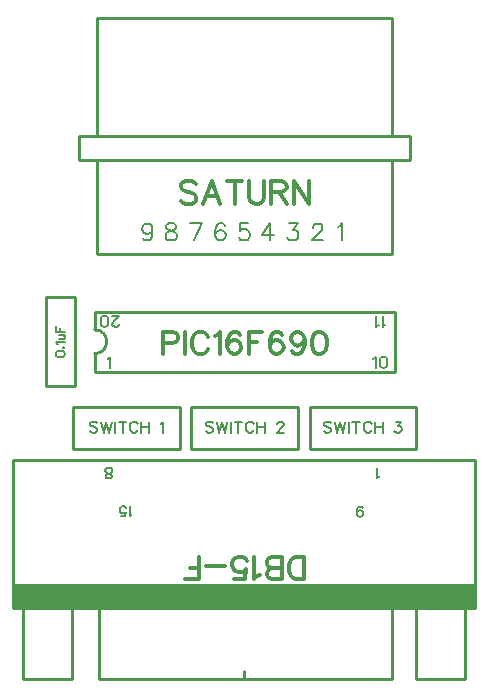
<source format=gto>
G04 Layer: TopSilkLayer*
G04 EasyEDA v6.1.30, Wed, 24 Apr 2019 12:06:30 GMT*
G04 1882c7138d5742058a90b0890f8f2482,60359e8c93da465f92779765accd6680,10*
G04 Gerber Generator version 0.2*
G04 Scale: 100 percent, Rotated: No, Reflected: No *
G04 Dimensions in millimeters *
G04 leading zeros omitted , absolute positions ,3 integer and 3 decimal *
%FSLAX33Y33*%
%MOMM*%
G90*
G71D02*

%ADD10C,0.254000*%
%ADD21C,0.299999*%
%ADD22C,0.200000*%
%ADD23C,0.150012*%
%ADD24C,0.127000*%

%LPD*%
G54D10*
G01X6899Y25048D02*
G01X32299Y25048D01*
G01X6899Y25048D02*
G01X6899Y23524D01*
G01X32299Y25048D02*
G01X32299Y19968D01*
G01X6899Y19968D02*
G01X32299Y19968D01*
G01X6899Y19968D02*
G01X6899Y21492D01*
G01X7099Y37898D02*
G01X32099Y37898D01*
G01X32099Y29898D01*
G01X7099Y29898D01*
G01X7099Y37898D01*
G01X7099Y49898D02*
G01X32099Y49898D01*
G01X32099Y39898D01*
G01X7099Y39898D01*
G01X7099Y49898D01*
G01X5600Y39898D02*
G01X33599Y39898D01*
G01X33599Y37898D01*
G01X5600Y37898D01*
G01X5600Y39898D01*
G01X2750Y18758D02*
G01X2750Y26258D01*
G01X2750Y26258D02*
G01X5249Y26258D01*
G01X5249Y26258D02*
G01X5249Y18758D01*
G01X5249Y18758D02*
G01X2750Y18758D01*
G01X5100Y16948D02*
G01X14099Y16948D01*
G01X14099Y13448D01*
G01X5100Y13448D01*
G01X5100Y16948D01*
G01X25100Y16948D02*
G01X34100Y16948D01*
G01X34100Y13448D01*
G01X25100Y13448D01*
G01X25100Y16948D01*
G01X15099Y16948D02*
G01X24099Y16948D01*
G01X24099Y13448D01*
G01X15099Y13448D01*
G01X15099Y16948D01*
G01X19560Y-5340D02*
G01X19560Y-6040D01*
G01X32070Y-21D02*
G01X32070Y-6021D01*
G01X7266Y-6021D01*
G01X7266Y-21D01*
G01X15320Y-21D01*
G01X34130Y-21D02*
G01X34130Y-6021D01*
G01X38269Y-20D02*
G01X38269Y-6020D01*
G01X34159Y-6020D01*
G01X870Y-42D02*
G01X870Y-6042D01*
G01X900Y-6042D02*
G01X5010Y-6042D01*
G01X5010Y-42D01*
G01X39118Y12501D02*
G01X39118Y-20D01*
G01X18Y-20D01*
G01X18Y12501D01*
G01X39118Y12501D01*
G54D21*
G01X12654Y23362D02*
G01X12654Y21455D01*
G01X12654Y23362D02*
G01X13472Y23362D01*
G01X13746Y23271D01*
G01X13837Y23182D01*
G01X13926Y22999D01*
G01X13926Y22727D01*
G01X13837Y22544D01*
G01X13746Y22453D01*
G01X13472Y22364D01*
G01X12654Y22364D01*
G01X14528Y23362D02*
G01X14528Y21455D01*
G01X16492Y22908D02*
G01X16400Y23090D01*
G01X16217Y23271D01*
G01X16037Y23362D01*
G01X15674Y23362D01*
G01X15491Y23271D01*
G01X15308Y23090D01*
G01X15219Y22908D01*
G01X15128Y22636D01*
G01X15128Y22181D01*
G01X15219Y21909D01*
G01X15308Y21726D01*
G01X15491Y21544D01*
G01X15674Y21455D01*
G01X16037Y21455D01*
G01X16217Y21544D01*
G01X16400Y21726D01*
G01X16492Y21909D01*
G01X17091Y22999D02*
G01X17274Y23090D01*
G01X17546Y23362D01*
G01X17546Y21455D01*
G01X19238Y23090D02*
G01X19146Y23271D01*
G01X18872Y23362D01*
G01X18691Y23362D01*
G01X18420Y23271D01*
G01X18237Y22999D01*
G01X18145Y22544D01*
G01X18145Y22090D01*
G01X18237Y21726D01*
G01X18420Y21544D01*
G01X18691Y21455D01*
G01X18783Y21455D01*
G01X19055Y21544D01*
G01X19238Y21726D01*
G01X19326Y21998D01*
G01X19326Y22090D01*
G01X19238Y22364D01*
G01X19055Y22544D01*
G01X18783Y22636D01*
G01X18691Y22636D01*
G01X18420Y22544D01*
G01X18237Y22364D01*
G01X18145Y22090D01*
G01X19928Y23362D02*
G01X19928Y21455D01*
G01X19928Y23362D02*
G01X21109Y23362D01*
G01X19928Y22453D02*
G01X20655Y22453D01*
G01X22801Y23090D02*
G01X22710Y23271D01*
G01X22435Y23362D01*
G01X22255Y23362D01*
G01X21983Y23271D01*
G01X21800Y22999D01*
G01X21709Y22544D01*
G01X21709Y22090D01*
G01X21800Y21726D01*
G01X21983Y21544D01*
G01X22255Y21455D01*
G01X22346Y21455D01*
G01X22618Y21544D01*
G01X22801Y21726D01*
G01X22890Y21998D01*
G01X22890Y22090D01*
G01X22801Y22364D01*
G01X22618Y22544D01*
G01X22346Y22636D01*
G01X22255Y22636D01*
G01X21983Y22544D01*
G01X21800Y22364D01*
G01X21709Y22090D01*
G01X24673Y22727D02*
G01X24582Y22453D01*
G01X24401Y22273D01*
G01X24127Y22181D01*
G01X24036Y22181D01*
G01X23764Y22273D01*
G01X23581Y22453D01*
G01X23492Y22727D01*
G01X23492Y22816D01*
G01X23581Y23090D01*
G01X23764Y23271D01*
G01X24036Y23362D01*
G01X24127Y23362D01*
G01X24401Y23271D01*
G01X24582Y23090D01*
G01X24673Y22727D01*
G01X24673Y22273D01*
G01X24582Y21818D01*
G01X24401Y21544D01*
G01X24127Y21455D01*
G01X23947Y21455D01*
G01X23672Y21544D01*
G01X23581Y21726D01*
G01X25819Y23362D02*
G01X25547Y23271D01*
G01X25364Y22999D01*
G01X25273Y22544D01*
G01X25273Y22273D01*
G01X25364Y21818D01*
G01X25547Y21544D01*
G01X25819Y21455D01*
G01X25999Y21455D01*
G01X26273Y21544D01*
G01X26454Y21818D01*
G01X26545Y22273D01*
G01X26545Y22544D01*
G01X26454Y22999D01*
G01X26273Y23271D01*
G01X25999Y23362D01*
G01X25819Y23362D01*
G01X24613Y2409D02*
G01X24613Y4316D01*
G01X24613Y2409D02*
G01X23976Y2409D01*
G01X23704Y2498D01*
G01X23521Y2680D01*
G01X23432Y2861D01*
G01X23341Y3135D01*
G01X23341Y3590D01*
G01X23432Y3862D01*
G01X23521Y4044D01*
G01X23704Y4225D01*
G01X23976Y4316D01*
G01X24613Y4316D01*
G01X22741Y2409D02*
G01X22741Y4316D01*
G01X22741Y2409D02*
G01X21921Y2409D01*
G01X21649Y2498D01*
G01X21558Y2589D01*
G01X21466Y2772D01*
G01X21466Y2952D01*
G01X21558Y3135D01*
G01X21649Y3227D01*
G01X21921Y3315D01*
G01X22741Y3315D02*
G01X21921Y3315D01*
G01X21649Y3407D01*
G01X21558Y3498D01*
G01X21466Y3681D01*
G01X21466Y3953D01*
G01X21558Y4136D01*
G01X21649Y4225D01*
G01X21921Y4316D01*
G01X22741Y4316D01*
G01X20867Y2772D02*
G01X20686Y2680D01*
G01X20412Y2409D01*
G01X20412Y4316D01*
G01X18723Y2409D02*
G01X19630Y2409D01*
G01X19721Y3227D01*
G01X19630Y3135D01*
G01X19358Y3044D01*
G01X19086Y3044D01*
G01X18812Y3135D01*
G01X18632Y3315D01*
G01X18540Y3590D01*
G01X18540Y3770D01*
G01X18632Y4044D01*
G01X18812Y4225D01*
G01X19086Y4316D01*
G01X19358Y4316D01*
G01X19630Y4225D01*
G01X19721Y4136D01*
G01X19813Y3953D01*
G01X17941Y3498D02*
G01X16305Y3498D01*
G01X15703Y2409D02*
G01X15703Y4316D01*
G01X15703Y2409D02*
G01X14522Y2409D01*
G01X15703Y3315D02*
G01X14977Y3315D01*
G54D22*
G01X7136Y15608D02*
G01X7045Y15699D01*
G01X6908Y15745D01*
G01X6727Y15745D01*
G01X6590Y15699D01*
G01X6499Y15608D01*
G01X6499Y15516D01*
G01X6544Y15425D01*
G01X6590Y15382D01*
G01X6681Y15336D01*
G01X6953Y15244D01*
G01X7045Y15199D01*
G01X7090Y15153D01*
G01X7136Y15061D01*
G01X7136Y14927D01*
G01X7045Y14835D01*
G01X6908Y14790D01*
G01X6727Y14790D01*
G01X6590Y14835D01*
G01X6499Y14927D01*
G01X7436Y15745D02*
G01X7662Y14790D01*
G01X7890Y15745D02*
G01X7662Y14790D01*
G01X7890Y15745D02*
G01X8117Y14790D01*
G01X8345Y15745D02*
G01X8117Y14790D01*
G01X8645Y15745D02*
G01X8645Y14790D01*
G01X9262Y15745D02*
G01X9262Y14790D01*
G01X8945Y15745D02*
G01X9582Y15745D01*
G01X10563Y15516D02*
G01X10517Y15608D01*
G01X10425Y15699D01*
G01X10337Y15745D01*
G01X10154Y15745D01*
G01X10062Y15699D01*
G01X9973Y15608D01*
G01X9928Y15516D01*
G01X9882Y15382D01*
G01X9882Y15153D01*
G01X9928Y15016D01*
G01X9973Y14927D01*
G01X10062Y14835D01*
G01X10154Y14790D01*
G01X10337Y14790D01*
G01X10425Y14835D01*
G01X10517Y14927D01*
G01X10563Y15016D01*
G01X10862Y15745D02*
G01X10862Y14790D01*
G01X11500Y15745D02*
G01X11500Y14790D01*
G01X10862Y15290D02*
G01X11500Y15290D01*
G01X12501Y15562D02*
G01X12589Y15608D01*
G01X12727Y15745D01*
G01X12727Y14790D01*
G01X16937Y15607D02*
G01X16845Y15699D01*
G01X16708Y15744D01*
G01X16528Y15744D01*
G01X16391Y15699D01*
G01X16299Y15607D01*
G01X16299Y15516D01*
G01X16345Y15427D01*
G01X16391Y15381D01*
G01X16482Y15335D01*
G01X16754Y15244D01*
G01X16845Y15198D01*
G01X16891Y15152D01*
G01X16937Y15061D01*
G01X16937Y14926D01*
G01X16845Y14835D01*
G01X16708Y14789D01*
G01X16528Y14789D01*
G01X16391Y14835D01*
G01X16299Y14926D01*
G01X17237Y15744D02*
G01X17463Y14789D01*
G01X17691Y15744D02*
G01X17463Y14789D01*
G01X17691Y15744D02*
G01X17917Y14789D01*
G01X18146Y15744D02*
G01X17917Y14789D01*
G01X18446Y15744D02*
G01X18446Y14789D01*
G01X19063Y15744D02*
G01X19063Y14789D01*
G01X18745Y15744D02*
G01X19380Y15744D01*
G01X20363Y15516D02*
G01X20318Y15607D01*
G01X20226Y15699D01*
G01X20135Y15744D01*
G01X19954Y15744D01*
G01X19863Y15699D01*
G01X19771Y15607D01*
G01X19726Y15516D01*
G01X19680Y15381D01*
G01X19680Y15152D01*
G01X19726Y15018D01*
G01X19771Y14926D01*
G01X19863Y14835D01*
G01X19954Y14789D01*
G01X20135Y14789D01*
G01X20226Y14835D01*
G01X20318Y14926D01*
G01X20363Y15018D01*
G01X20663Y15744D02*
G01X20663Y14789D01*
G01X21301Y15744D02*
G01X21301Y14789D01*
G01X20663Y15290D02*
G01X21301Y15290D01*
G01X22345Y15516D02*
G01X22345Y15561D01*
G01X22390Y15653D01*
G01X22436Y15699D01*
G01X22527Y15744D01*
G01X22708Y15744D01*
G01X22799Y15699D01*
G01X22845Y15653D01*
G01X22891Y15561D01*
G01X22891Y15472D01*
G01X22845Y15381D01*
G01X22753Y15244D01*
G01X22299Y14789D01*
G01X22936Y14789D01*
G01X26917Y15609D02*
G01X26826Y15698D01*
G01X26691Y15744D01*
G01X26508Y15744D01*
G01X26371Y15698D01*
G01X26282Y15609D01*
G01X26282Y15517D01*
G01X26325Y15426D01*
G01X26371Y15380D01*
G01X26463Y15335D01*
G01X26734Y15243D01*
G01X26826Y15197D01*
G01X26872Y15154D01*
G01X26917Y15063D01*
G01X26917Y14926D01*
G01X26826Y14834D01*
G01X26691Y14788D01*
G01X26508Y14788D01*
G01X26371Y14834D01*
G01X26282Y14926D01*
G01X27217Y15744D02*
G01X27446Y14788D01*
G01X27672Y15744D02*
G01X27446Y14788D01*
G01X27672Y15744D02*
G01X27900Y14788D01*
G01X28126Y15744D02*
G01X27900Y14788D01*
G01X28426Y15744D02*
G01X28426Y14788D01*
G01X29046Y15744D02*
G01X29046Y14788D01*
G01X28726Y15744D02*
G01X29363Y15744D01*
G01X30344Y15517D02*
G01X30298Y15609D01*
G01X30209Y15698D01*
G01X30118Y15744D01*
G01X29935Y15744D01*
G01X29846Y15698D01*
G01X29754Y15609D01*
G01X29709Y15517D01*
G01X29663Y15380D01*
G01X29663Y15154D01*
G01X29709Y15017D01*
G01X29754Y14926D01*
G01X29846Y14834D01*
G01X29935Y14788D01*
G01X30118Y14788D01*
G01X30209Y14834D01*
G01X30298Y14926D01*
G01X30344Y15017D01*
G01X30643Y15744D02*
G01X30643Y14788D01*
G01X31281Y15744D02*
G01X31281Y14788D01*
G01X30643Y15289D02*
G01X31281Y15289D01*
G01X32373Y15744D02*
G01X32871Y15744D01*
G01X32599Y15380D01*
G01X32736Y15380D01*
G01X32825Y15335D01*
G01X32871Y15289D01*
G01X32917Y15154D01*
G01X32917Y15063D01*
G01X32871Y14926D01*
G01X32782Y14834D01*
G01X32645Y14788D01*
G01X32508Y14788D01*
G01X32373Y14834D01*
G01X32327Y14880D01*
G01X32282Y14971D01*
G54D21*
G01X15472Y35818D02*
G01X15291Y35998D01*
G01X15017Y36090D01*
G01X14654Y36090D01*
G01X14382Y35998D01*
G01X14199Y35818D01*
G01X14199Y35635D01*
G01X14290Y35452D01*
G01X14382Y35363D01*
G01X14562Y35272D01*
G01X15108Y35089D01*
G01X15291Y34997D01*
G01X15380Y34909D01*
G01X15472Y34726D01*
G01X15472Y34454D01*
G01X15291Y34271D01*
G01X15017Y34180D01*
G01X14654Y34180D01*
G01X14382Y34271D01*
G01X14199Y34454D01*
G01X16800Y36090D02*
G01X16071Y34180D01*
G01X16800Y36090D02*
G01X17526Y34180D01*
G01X16345Y34817D02*
G01X17255Y34817D01*
G01X18763Y36090D02*
G01X18763Y34180D01*
G01X18126Y36090D02*
G01X19398Y36090D01*
G01X20000Y36090D02*
G01X20000Y34726D01*
G01X20089Y34454D01*
G01X20272Y34271D01*
G01X20544Y34180D01*
G01X20727Y34180D01*
G01X20999Y34271D01*
G01X21181Y34454D01*
G01X21273Y34726D01*
G01X21273Y36090D01*
G01X21872Y36090D02*
G01X21872Y34180D01*
G01X21872Y36090D02*
G01X22690Y36090D01*
G01X22962Y35998D01*
G01X23053Y35907D01*
G01X23145Y35726D01*
G01X23145Y35544D01*
G01X23053Y35363D01*
G01X22962Y35272D01*
G01X22690Y35180D01*
G01X21872Y35180D01*
G01X22507Y35180D02*
G01X23145Y34180D01*
G01X23744Y36090D02*
G01X23744Y34180D01*
G01X23744Y36090D02*
G01X25017Y34180D01*
G01X25017Y36090D02*
G01X25017Y34180D01*
G54D23*
G01X3618Y21429D02*
G01X3654Y21320D01*
G01X3763Y21246D01*
G01X3944Y21210D01*
G01X4053Y21210D01*
G01X4236Y21246D01*
G01X4345Y21320D01*
G01X4380Y21429D01*
G01X4380Y21503D01*
G01X4345Y21612D01*
G01X4236Y21683D01*
G01X4053Y21721D01*
G01X3944Y21721D01*
G01X3763Y21683D01*
G01X3654Y21612D01*
G01X3618Y21503D01*
G01X3618Y21429D01*
G01X4200Y21995D02*
G01X4236Y21960D01*
G01X4271Y21995D01*
G01X4236Y22033D01*
G01X4200Y21995D01*
G01X3763Y22272D02*
G01X3725Y22346D01*
G01X3618Y22455D01*
G01X4380Y22455D01*
G01X3872Y22694D02*
G01X4236Y22694D01*
G01X4345Y22732D01*
G01X4380Y22803D01*
G01X4380Y22912D01*
G01X4345Y22986D01*
G01X4236Y23095D01*
G01X3872Y23095D02*
G01X4380Y23095D01*
G01X3618Y23334D02*
G01X4380Y23334D01*
G01X3618Y23334D02*
G01X3618Y23806D01*
G01X3982Y23334D02*
G01X3982Y23626D01*
G01X27500Y32245D02*
G01X27635Y32313D01*
G01X27840Y32516D01*
G01X27840Y31084D01*
G01X25369Y32174D02*
G01X25369Y32242D01*
G01X25437Y32379D01*
G01X25506Y32448D01*
G01X25643Y32514D01*
G01X25915Y32514D01*
G01X26052Y32448D01*
G01X26120Y32379D01*
G01X26186Y32242D01*
G01X26186Y32105D01*
G01X26120Y31970D01*
G01X25983Y31765D01*
G01X25300Y31084D01*
G01X26255Y31084D01*
G01X23337Y32516D02*
G01X24087Y32516D01*
G01X23678Y31970D01*
G01X23881Y31970D01*
G01X24018Y31902D01*
G01X24087Y31836D01*
G01X24155Y31630D01*
G01X24155Y31493D01*
G01X24087Y31290D01*
G01X23949Y31152D01*
G01X23746Y31084D01*
G01X23540Y31084D01*
G01X23337Y31152D01*
G01X23269Y31221D01*
G01X23200Y31358D01*
G01X21783Y32516D02*
G01X21100Y31561D01*
G01X22124Y31561D01*
G01X21783Y32516D02*
G01X21783Y31084D01*
G01X19918Y32516D02*
G01X19235Y32516D01*
G01X19166Y31902D01*
G01X19235Y31970D01*
G01X19440Y32039D01*
G01X19644Y32039D01*
G01X19849Y31970D01*
G01X19986Y31833D01*
G01X20053Y31630D01*
G01X20053Y31493D01*
G01X19986Y31290D01*
G01X19849Y31152D01*
G01X19644Y31084D01*
G01X19440Y31084D01*
G01X19235Y31152D01*
G01X19166Y31221D01*
G01X19100Y31358D01*
G01X17918Y32313D02*
G01X17849Y32448D01*
G01X17644Y32516D01*
G01X17509Y32516D01*
G01X17303Y32448D01*
G01X17166Y32245D01*
G01X17100Y31904D01*
G01X17100Y31561D01*
G01X17166Y31290D01*
G01X17303Y31152D01*
G01X17509Y31084D01*
G01X17575Y31084D01*
G01X17781Y31152D01*
G01X17918Y31290D01*
G01X17986Y31493D01*
G01X17986Y31561D01*
G01X17918Y31767D01*
G01X17781Y31904D01*
G01X17575Y31970D01*
G01X17509Y31970D01*
G01X17303Y31904D01*
G01X17166Y31767D01*
G01X17100Y31561D01*
G01X15953Y32516D02*
G01X15272Y31084D01*
G01X15000Y32516D02*
G01X15953Y32516D01*
G01X13240Y32516D02*
G01X13035Y32448D01*
G01X12969Y32311D01*
G01X12969Y32176D01*
G01X13035Y32039D01*
G01X13172Y31970D01*
G01X13444Y31902D01*
G01X13649Y31833D01*
G01X13786Y31699D01*
G01X13855Y31561D01*
G01X13855Y31358D01*
G01X13786Y31221D01*
G01X13718Y31152D01*
G01X13512Y31084D01*
G01X13240Y31084D01*
G01X13035Y31152D01*
G01X12969Y31221D01*
G01X12900Y31358D01*
G01X12900Y31561D01*
G01X12969Y31699D01*
G01X13103Y31833D01*
G01X13309Y31902D01*
G01X13581Y31970D01*
G01X13718Y32039D01*
G01X13786Y32176D01*
G01X13786Y32311D01*
G01X13718Y32448D01*
G01X13512Y32516D01*
G01X13240Y32516D01*
G01X11786Y32036D02*
G01X11718Y31833D01*
G01X11581Y31696D01*
G01X11378Y31627D01*
G01X11309Y31627D01*
G01X11103Y31696D01*
G01X10969Y31833D01*
G01X10900Y32036D01*
G01X10900Y32105D01*
G01X10969Y32311D01*
G01X11103Y32445D01*
G01X11309Y32514D01*
G01X11378Y32514D01*
G01X11581Y32445D01*
G01X11718Y32311D01*
G01X11786Y32036D01*
G01X11786Y31696D01*
G01X11718Y31356D01*
G01X11581Y31150D01*
G01X11378Y31084D01*
G01X11240Y31084D01*
G01X11037Y31150D01*
G01X10969Y31287D01*
G54D22*
G01X8954Y23980D02*
G01X8954Y23935D01*
G01X8908Y23843D01*
G01X8862Y23797D01*
G01X8773Y23752D01*
G01X8591Y23752D01*
G01X8499Y23797D01*
G01X8453Y23843D01*
G01X8408Y23935D01*
G01X8408Y24026D01*
G01X8453Y24117D01*
G01X8545Y24252D01*
G01X8999Y24707D01*
G01X8362Y24707D01*
G01X7790Y23752D02*
G01X7928Y23797D01*
G01X8017Y23935D01*
G01X8062Y24163D01*
G01X8062Y24298D01*
G01X8017Y24526D01*
G01X7928Y24661D01*
G01X7790Y24707D01*
G01X7699Y24707D01*
G01X7564Y24661D01*
G01X7473Y24526D01*
G01X7427Y24298D01*
G01X7427Y24163D01*
G01X7473Y23935D01*
G01X7564Y23797D01*
G01X7699Y23752D01*
G01X7790Y23752D01*
G01X31498Y23934D02*
G01X31409Y23891D01*
G01X31272Y23753D01*
G01X31272Y24708D01*
G01X30972Y23934D02*
G01X30881Y23891D01*
G01X30744Y23753D01*
G01X30744Y24708D01*
G01X30501Y21061D02*
G01X30590Y21107D01*
G01X30727Y21244D01*
G01X30727Y20289D01*
G01X31298Y21244D02*
G01X31164Y21198D01*
G01X31072Y21061D01*
G01X31027Y20835D01*
G01X31027Y20698D01*
G01X31072Y20472D01*
G01X31164Y20335D01*
G01X31298Y20289D01*
G01X31390Y20289D01*
G01X31527Y20335D01*
G01X31618Y20472D01*
G01X31664Y20698D01*
G01X31664Y20835D01*
G01X31618Y21061D01*
G01X31527Y21198D01*
G01X31390Y21244D01*
G01X31298Y21244D01*
G01X7999Y21061D02*
G01X8091Y21107D01*
G01X8228Y21244D01*
G01X8228Y20289D01*
G54D24*
G01X31048Y11135D02*
G01X30967Y11094D01*
G01X30847Y10972D01*
G01X30847Y11821D01*
G01X8181Y10967D02*
G01X8303Y11007D01*
G01X8343Y11089D01*
G01X8343Y11170D01*
G01X8303Y11249D01*
G01X8221Y11289D01*
G01X8061Y11330D01*
G01X7939Y11371D01*
G01X7858Y11452D01*
G01X7818Y11533D01*
G01X7818Y11653D01*
G01X7858Y11734D01*
G01X7899Y11775D01*
G01X8021Y11815D01*
G01X8181Y11815D01*
G01X8303Y11775D01*
G01X8343Y11734D01*
G01X8384Y11653D01*
G01X8384Y11533D01*
G01X8343Y11452D01*
G01X8262Y11371D01*
G01X8140Y11330D01*
G01X7980Y11289D01*
G01X7899Y11249D01*
G01X7858Y11170D01*
G01X7858Y11089D01*
G01X7899Y11007D01*
G01X8021Y10967D01*
G01X8181Y10967D01*
G01X10060Y7878D02*
G01X9979Y7838D01*
G01X9857Y7716D01*
G01X9857Y8564D01*
G01X9105Y7716D02*
G01X9511Y7716D01*
G01X9549Y8079D01*
G01X9511Y8038D01*
G01X9389Y7998D01*
G01X9267Y7998D01*
G01X9146Y8038D01*
G01X9067Y8119D01*
G01X9026Y8241D01*
G01X9026Y8323D01*
G01X9067Y8442D01*
G01X9146Y8523D01*
G01X9267Y8564D01*
G01X9389Y8564D01*
G01X9511Y8523D01*
G01X9549Y8483D01*
G01X9590Y8401D01*
G01X29093Y7972D02*
G01X29133Y8094D01*
G01X29214Y8175D01*
G01X29336Y8216D01*
G01X29374Y8216D01*
G01X29496Y8175D01*
G01X29578Y8094D01*
G01X29618Y7972D01*
G01X29618Y7931D01*
G01X29578Y7812D01*
G01X29496Y7731D01*
G01X29374Y7690D01*
G01X29336Y7690D01*
G01X29214Y7731D01*
G01X29133Y7812D01*
G01X29093Y7972D01*
G01X29093Y8175D01*
G01X29133Y8376D01*
G01X29214Y8498D01*
G01X29336Y8539D01*
G01X29415Y8539D01*
G01X29537Y8498D01*
G01X29578Y8417D01*
G54D10*
G75*
G01X6900Y23525D02*
G02X6900Y21493I0J-1016D01*
G01*
G36*
G01X0Y1998D02*
G01X39200Y1998D01*
G01X39200Y-1D01*
G01X0Y-1D01*
G01X0Y1998D01*
G37*
M00*
M02*

</source>
